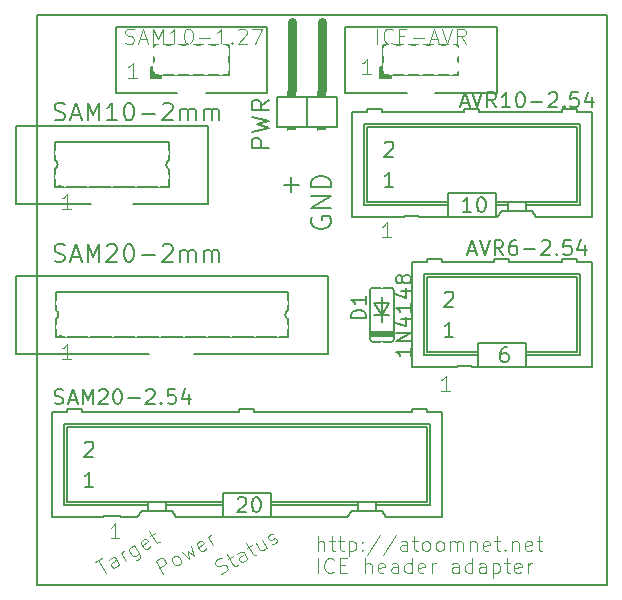
<source format=gto>
G04 #@! TF.FileFunction,Legend,Top*
%FSLAX46Y46*%
G04 Gerber Fmt 4.6, Leading zero omitted, Abs format (unit mm)*
G04 Created by KiCad (PCBNEW 4.0.2-stable) date 30/04/2017 18:34:37*
%MOMM*%
G01*
G04 APERTURE LIST*
%ADD10C,0.100000*%
%ADD11C,0.180000*%
%ADD12C,0.101600*%
%ADD13C,0.134112*%
%ADD14C,0.150000*%
%ADD15C,0.152400*%
%ADD16C,0.762000*%
%ADD17C,0.200000*%
%ADD18C,0.203200*%
%ADD19C,0.177800*%
%ADD20C,0.127000*%
%ADD21C,0.024384*%
%ADD22C,1.822400*%
%ADD23O,1.720800X3.041600*%
%ADD24O,1.924000X3.448000*%
%ADD25C,3.100000*%
%ADD26C,1.670000*%
%ADD27C,1.416000*%
G04 APERTURE END LIST*
D10*
D11*
X70478571Y-123020000D02*
X68978571Y-123020000D01*
X68978571Y-122448572D01*
X69050000Y-122305714D01*
X69121429Y-122234286D01*
X69264286Y-122162857D01*
X69478571Y-122162857D01*
X69621429Y-122234286D01*
X69692857Y-122305714D01*
X69764286Y-122448572D01*
X69764286Y-123020000D01*
X68978571Y-121662857D02*
X70478571Y-121305714D01*
X69407143Y-121020000D01*
X70478571Y-120734286D01*
X68978571Y-120377143D01*
X70478571Y-118948571D02*
X69764286Y-119448571D01*
X70478571Y-119805714D02*
X68978571Y-119805714D01*
X68978571Y-119234286D01*
X69050000Y-119091428D01*
X69121429Y-119020000D01*
X69264286Y-118948571D01*
X69478571Y-118948571D01*
X69621429Y-119020000D01*
X69692857Y-119091428D01*
X69764286Y-119234286D01*
X69764286Y-119805714D01*
X52300001Y-132627143D02*
X52514287Y-132698571D01*
X52871430Y-132698571D01*
X53014287Y-132627143D01*
X53085716Y-132555714D01*
X53157144Y-132412857D01*
X53157144Y-132270000D01*
X53085716Y-132127143D01*
X53014287Y-132055714D01*
X52871430Y-131984286D01*
X52585716Y-131912857D01*
X52442858Y-131841429D01*
X52371430Y-131770000D01*
X52300001Y-131627143D01*
X52300001Y-131484286D01*
X52371430Y-131341429D01*
X52442858Y-131270000D01*
X52585716Y-131198571D01*
X52942858Y-131198571D01*
X53157144Y-131270000D01*
X53728572Y-132270000D02*
X54442858Y-132270000D01*
X53585715Y-132698571D02*
X54085715Y-131198571D01*
X54585715Y-132698571D01*
X55085715Y-132698571D02*
X55085715Y-131198571D01*
X55585715Y-132270000D01*
X56085715Y-131198571D01*
X56085715Y-132698571D01*
X56728572Y-131341429D02*
X56800001Y-131270000D01*
X56942858Y-131198571D01*
X57300001Y-131198571D01*
X57442858Y-131270000D01*
X57514287Y-131341429D01*
X57585715Y-131484286D01*
X57585715Y-131627143D01*
X57514287Y-131841429D01*
X56657144Y-132698571D01*
X57585715Y-132698571D01*
X58514286Y-131198571D02*
X58657143Y-131198571D01*
X58800000Y-131270000D01*
X58871429Y-131341429D01*
X58942858Y-131484286D01*
X59014286Y-131770000D01*
X59014286Y-132127143D01*
X58942858Y-132412857D01*
X58871429Y-132555714D01*
X58800000Y-132627143D01*
X58657143Y-132698571D01*
X58514286Y-132698571D01*
X58371429Y-132627143D01*
X58300000Y-132555714D01*
X58228572Y-132412857D01*
X58157143Y-132127143D01*
X58157143Y-131770000D01*
X58228572Y-131484286D01*
X58300000Y-131341429D01*
X58371429Y-131270000D01*
X58514286Y-131198571D01*
X59657143Y-132127143D02*
X60800000Y-132127143D01*
X61442857Y-131341429D02*
X61514286Y-131270000D01*
X61657143Y-131198571D01*
X62014286Y-131198571D01*
X62157143Y-131270000D01*
X62228572Y-131341429D01*
X62300000Y-131484286D01*
X62300000Y-131627143D01*
X62228572Y-131841429D01*
X61371429Y-132698571D01*
X62300000Y-132698571D01*
X62942857Y-132698571D02*
X62942857Y-131698571D01*
X62942857Y-131841429D02*
X63014285Y-131770000D01*
X63157143Y-131698571D01*
X63371428Y-131698571D01*
X63514285Y-131770000D01*
X63585714Y-131912857D01*
X63585714Y-132698571D01*
X63585714Y-131912857D02*
X63657143Y-131770000D01*
X63800000Y-131698571D01*
X64014285Y-131698571D01*
X64157143Y-131770000D01*
X64228571Y-131912857D01*
X64228571Y-132698571D01*
X64942857Y-132698571D02*
X64942857Y-131698571D01*
X64942857Y-131841429D02*
X65014285Y-131770000D01*
X65157143Y-131698571D01*
X65371428Y-131698571D01*
X65514285Y-131770000D01*
X65585714Y-131912857D01*
X65585714Y-132698571D01*
X65585714Y-131912857D02*
X65657143Y-131770000D01*
X65800000Y-131698571D01*
X66014285Y-131698571D01*
X66157143Y-131770000D01*
X66228571Y-131912857D01*
X66228571Y-132698571D01*
X52300001Y-120627143D02*
X52514287Y-120698571D01*
X52871430Y-120698571D01*
X53014287Y-120627143D01*
X53085716Y-120555714D01*
X53157144Y-120412857D01*
X53157144Y-120270000D01*
X53085716Y-120127143D01*
X53014287Y-120055714D01*
X52871430Y-119984286D01*
X52585716Y-119912857D01*
X52442858Y-119841429D01*
X52371430Y-119770000D01*
X52300001Y-119627143D01*
X52300001Y-119484286D01*
X52371430Y-119341429D01*
X52442858Y-119270000D01*
X52585716Y-119198571D01*
X52942858Y-119198571D01*
X53157144Y-119270000D01*
X53728572Y-120270000D02*
X54442858Y-120270000D01*
X53585715Y-120698571D02*
X54085715Y-119198571D01*
X54585715Y-120698571D01*
X55085715Y-120698571D02*
X55085715Y-119198571D01*
X55585715Y-120270000D01*
X56085715Y-119198571D01*
X56085715Y-120698571D01*
X57585715Y-120698571D02*
X56728572Y-120698571D01*
X57157144Y-120698571D02*
X57157144Y-119198571D01*
X57014287Y-119412857D01*
X56871429Y-119555714D01*
X56728572Y-119627143D01*
X58514286Y-119198571D02*
X58657143Y-119198571D01*
X58800000Y-119270000D01*
X58871429Y-119341429D01*
X58942858Y-119484286D01*
X59014286Y-119770000D01*
X59014286Y-120127143D01*
X58942858Y-120412857D01*
X58871429Y-120555714D01*
X58800000Y-120627143D01*
X58657143Y-120698571D01*
X58514286Y-120698571D01*
X58371429Y-120627143D01*
X58300000Y-120555714D01*
X58228572Y-120412857D01*
X58157143Y-120127143D01*
X58157143Y-119770000D01*
X58228572Y-119484286D01*
X58300000Y-119341429D01*
X58371429Y-119270000D01*
X58514286Y-119198571D01*
X59657143Y-120127143D02*
X60800000Y-120127143D01*
X61442857Y-119341429D02*
X61514286Y-119270000D01*
X61657143Y-119198571D01*
X62014286Y-119198571D01*
X62157143Y-119270000D01*
X62228572Y-119341429D01*
X62300000Y-119484286D01*
X62300000Y-119627143D01*
X62228572Y-119841429D01*
X61371429Y-120698571D01*
X62300000Y-120698571D01*
X62942857Y-120698571D02*
X62942857Y-119698571D01*
X62942857Y-119841429D02*
X63014285Y-119770000D01*
X63157143Y-119698571D01*
X63371428Y-119698571D01*
X63514285Y-119770000D01*
X63585714Y-119912857D01*
X63585714Y-120698571D01*
X63585714Y-119912857D02*
X63657143Y-119770000D01*
X63800000Y-119698571D01*
X64014285Y-119698571D01*
X64157143Y-119770000D01*
X64228571Y-119912857D01*
X64228571Y-120698571D01*
X64942857Y-120698571D02*
X64942857Y-119698571D01*
X64942857Y-119841429D02*
X65014285Y-119770000D01*
X65157143Y-119698571D01*
X65371428Y-119698571D01*
X65514285Y-119770000D01*
X65585714Y-119912857D01*
X65585714Y-120698571D01*
X65585714Y-119912857D02*
X65657143Y-119770000D01*
X65800000Y-119698571D01*
X66014285Y-119698571D01*
X66157143Y-119770000D01*
X66228571Y-119912857D01*
X66228571Y-120698571D01*
D12*
X79602381Y-114194524D02*
X79602381Y-112924524D01*
X80932857Y-114073571D02*
X80872381Y-114134048D01*
X80690952Y-114194524D01*
X80570000Y-114194524D01*
X80388572Y-114134048D01*
X80267619Y-114013095D01*
X80207143Y-113892143D01*
X80146667Y-113650238D01*
X80146667Y-113468810D01*
X80207143Y-113226905D01*
X80267619Y-113105952D01*
X80388572Y-112985000D01*
X80570000Y-112924524D01*
X80690952Y-112924524D01*
X80872381Y-112985000D01*
X80932857Y-113045476D01*
X81477143Y-113529286D02*
X81900476Y-113529286D01*
X82081905Y-114194524D02*
X81477143Y-114194524D01*
X81477143Y-112924524D01*
X82081905Y-112924524D01*
X82626191Y-113710714D02*
X83593810Y-113710714D01*
X84138096Y-113831667D02*
X84742858Y-113831667D01*
X84017143Y-114194524D02*
X84440477Y-112924524D01*
X84863810Y-114194524D01*
X85105714Y-112924524D02*
X85529048Y-114194524D01*
X85952381Y-112924524D01*
X87101428Y-114194524D02*
X86678095Y-113589762D01*
X86375714Y-114194524D02*
X86375714Y-112924524D01*
X86859523Y-112924524D01*
X86980476Y-112985000D01*
X87040952Y-113045476D01*
X87101428Y-113166429D01*
X87101428Y-113347857D01*
X87040952Y-113468810D01*
X86980476Y-113529286D01*
X86859523Y-113589762D01*
X86375714Y-113589762D01*
X58291905Y-114134048D02*
X58473333Y-114194524D01*
X58775714Y-114194524D01*
X58896667Y-114134048D01*
X58957143Y-114073571D01*
X59017619Y-113952619D01*
X59017619Y-113831667D01*
X58957143Y-113710714D01*
X58896667Y-113650238D01*
X58775714Y-113589762D01*
X58533810Y-113529286D01*
X58412857Y-113468810D01*
X58352381Y-113408333D01*
X58291905Y-113287381D01*
X58291905Y-113166429D01*
X58352381Y-113045476D01*
X58412857Y-112985000D01*
X58533810Y-112924524D01*
X58836190Y-112924524D01*
X59017619Y-112985000D01*
X59501429Y-113831667D02*
X60106191Y-113831667D01*
X59380476Y-114194524D02*
X59803810Y-112924524D01*
X60227143Y-114194524D01*
X60650476Y-114194524D02*
X60650476Y-112924524D01*
X61073809Y-113831667D01*
X61497143Y-112924524D01*
X61497143Y-114194524D01*
X62767143Y-114194524D02*
X62041429Y-114194524D01*
X62404286Y-114194524D02*
X62404286Y-112924524D01*
X62283334Y-113105952D01*
X62162381Y-113226905D01*
X62041429Y-113287381D01*
X63553334Y-112924524D02*
X63674286Y-112924524D01*
X63795238Y-112985000D01*
X63855715Y-113045476D01*
X63916191Y-113166429D01*
X63976667Y-113408333D01*
X63976667Y-113710714D01*
X63916191Y-113952619D01*
X63855715Y-114073571D01*
X63795238Y-114134048D01*
X63674286Y-114194524D01*
X63553334Y-114194524D01*
X63432381Y-114134048D01*
X63371905Y-114073571D01*
X63311429Y-113952619D01*
X63250953Y-113710714D01*
X63250953Y-113408333D01*
X63311429Y-113166429D01*
X63371905Y-113045476D01*
X63432381Y-112985000D01*
X63553334Y-112924524D01*
X64520953Y-113710714D02*
X65488572Y-113710714D01*
X66758572Y-114194524D02*
X66032858Y-114194524D01*
X66395715Y-114194524D02*
X66395715Y-112924524D01*
X66274763Y-113105952D01*
X66153810Y-113226905D01*
X66032858Y-113287381D01*
X67302858Y-114073571D02*
X67363334Y-114134048D01*
X67302858Y-114194524D01*
X67242382Y-114134048D01*
X67302858Y-114073571D01*
X67302858Y-114194524D01*
X67847144Y-113045476D02*
X67907620Y-112985000D01*
X68028572Y-112924524D01*
X68330953Y-112924524D01*
X68451906Y-112985000D01*
X68512382Y-113045476D01*
X68572858Y-113166429D01*
X68572858Y-113287381D01*
X68512382Y-113468810D01*
X67786668Y-114194524D01*
X68572858Y-114194524D01*
X68996192Y-112924524D02*
X69842858Y-112924524D01*
X69298573Y-114194524D01*
X74602381Y-157154724D02*
X74602381Y-155884724D01*
X75146667Y-157154724D02*
X75146667Y-156489486D01*
X75086190Y-156368533D01*
X74965238Y-156308057D01*
X74783810Y-156308057D01*
X74662857Y-156368533D01*
X74602381Y-156429010D01*
X75570000Y-156308057D02*
X76053810Y-156308057D01*
X75751429Y-155884724D02*
X75751429Y-156973295D01*
X75811905Y-157094248D01*
X75932858Y-157154724D01*
X76053810Y-157154724D01*
X76295714Y-156308057D02*
X76779524Y-156308057D01*
X76477143Y-155884724D02*
X76477143Y-156973295D01*
X76537619Y-157094248D01*
X76658572Y-157154724D01*
X76779524Y-157154724D01*
X77202857Y-156308057D02*
X77202857Y-157578057D01*
X77202857Y-156368533D02*
X77323809Y-156308057D01*
X77565714Y-156308057D01*
X77686666Y-156368533D01*
X77747143Y-156429010D01*
X77807619Y-156549962D01*
X77807619Y-156912819D01*
X77747143Y-157033771D01*
X77686666Y-157094248D01*
X77565714Y-157154724D01*
X77323809Y-157154724D01*
X77202857Y-157094248D01*
X78351905Y-157033771D02*
X78412381Y-157094248D01*
X78351905Y-157154724D01*
X78291429Y-157094248D01*
X78351905Y-157033771D01*
X78351905Y-157154724D01*
X78351905Y-156368533D02*
X78412381Y-156429010D01*
X78351905Y-156489486D01*
X78291429Y-156429010D01*
X78351905Y-156368533D01*
X78351905Y-156489486D01*
X79863810Y-155824248D02*
X78775238Y-157457105D01*
X81194286Y-155824248D02*
X80105714Y-157457105D01*
X82161905Y-157154724D02*
X82161905Y-156489486D01*
X82101428Y-156368533D01*
X81980476Y-156308057D01*
X81738571Y-156308057D01*
X81617619Y-156368533D01*
X82161905Y-157094248D02*
X82040952Y-157154724D01*
X81738571Y-157154724D01*
X81617619Y-157094248D01*
X81557143Y-156973295D01*
X81557143Y-156852343D01*
X81617619Y-156731390D01*
X81738571Y-156670914D01*
X82040952Y-156670914D01*
X82161905Y-156610438D01*
X82585238Y-156308057D02*
X83069048Y-156308057D01*
X82766667Y-155884724D02*
X82766667Y-156973295D01*
X82827143Y-157094248D01*
X82948096Y-157154724D01*
X83069048Y-157154724D01*
X83673810Y-157154724D02*
X83552857Y-157094248D01*
X83492381Y-157033771D01*
X83431905Y-156912819D01*
X83431905Y-156549962D01*
X83492381Y-156429010D01*
X83552857Y-156368533D01*
X83673810Y-156308057D01*
X83855238Y-156308057D01*
X83976190Y-156368533D01*
X84036667Y-156429010D01*
X84097143Y-156549962D01*
X84097143Y-156912819D01*
X84036667Y-157033771D01*
X83976190Y-157094248D01*
X83855238Y-157154724D01*
X83673810Y-157154724D01*
X84822858Y-157154724D02*
X84701905Y-157094248D01*
X84641429Y-157033771D01*
X84580953Y-156912819D01*
X84580953Y-156549962D01*
X84641429Y-156429010D01*
X84701905Y-156368533D01*
X84822858Y-156308057D01*
X85004286Y-156308057D01*
X85125238Y-156368533D01*
X85185715Y-156429010D01*
X85246191Y-156549962D01*
X85246191Y-156912819D01*
X85185715Y-157033771D01*
X85125238Y-157094248D01*
X85004286Y-157154724D01*
X84822858Y-157154724D01*
X85790477Y-157154724D02*
X85790477Y-156308057D01*
X85790477Y-156429010D02*
X85850953Y-156368533D01*
X85971906Y-156308057D01*
X86153334Y-156308057D01*
X86274286Y-156368533D01*
X86334763Y-156489486D01*
X86334763Y-157154724D01*
X86334763Y-156489486D02*
X86395239Y-156368533D01*
X86516191Y-156308057D01*
X86697620Y-156308057D01*
X86818572Y-156368533D01*
X86879048Y-156489486D01*
X86879048Y-157154724D01*
X87483810Y-156308057D02*
X87483810Y-157154724D01*
X87483810Y-156429010D02*
X87544286Y-156368533D01*
X87665239Y-156308057D01*
X87846667Y-156308057D01*
X87967619Y-156368533D01*
X88028096Y-156489486D01*
X88028096Y-157154724D01*
X89116667Y-157094248D02*
X88995715Y-157154724D01*
X88753810Y-157154724D01*
X88632858Y-157094248D01*
X88572382Y-156973295D01*
X88572382Y-156489486D01*
X88632858Y-156368533D01*
X88753810Y-156308057D01*
X88995715Y-156308057D01*
X89116667Y-156368533D01*
X89177144Y-156489486D01*
X89177144Y-156610438D01*
X88572382Y-156731390D01*
X89540000Y-156308057D02*
X90023810Y-156308057D01*
X89721429Y-155884724D02*
X89721429Y-156973295D01*
X89781905Y-157094248D01*
X89902858Y-157154724D01*
X90023810Y-157154724D01*
X90447143Y-157033771D02*
X90507619Y-157094248D01*
X90447143Y-157154724D01*
X90386667Y-157094248D01*
X90447143Y-157033771D01*
X90447143Y-157154724D01*
X91051905Y-156308057D02*
X91051905Y-157154724D01*
X91051905Y-156429010D02*
X91112381Y-156368533D01*
X91233334Y-156308057D01*
X91414762Y-156308057D01*
X91535714Y-156368533D01*
X91596191Y-156489486D01*
X91596191Y-157154724D01*
X92684762Y-157094248D02*
X92563810Y-157154724D01*
X92321905Y-157154724D01*
X92200953Y-157094248D01*
X92140477Y-156973295D01*
X92140477Y-156489486D01*
X92200953Y-156368533D01*
X92321905Y-156308057D01*
X92563810Y-156308057D01*
X92684762Y-156368533D01*
X92745239Y-156489486D01*
X92745239Y-156610438D01*
X92140477Y-156731390D01*
X93108095Y-156308057D02*
X93591905Y-156308057D01*
X93289524Y-155884724D02*
X93289524Y-156973295D01*
X93350000Y-157094248D01*
X93470953Y-157154724D01*
X93591905Y-157154724D01*
X74602381Y-159034324D02*
X74602381Y-157764324D01*
X75932857Y-158913371D02*
X75872381Y-158973848D01*
X75690952Y-159034324D01*
X75570000Y-159034324D01*
X75388572Y-158973848D01*
X75267619Y-158852895D01*
X75207143Y-158731943D01*
X75146667Y-158490038D01*
X75146667Y-158308610D01*
X75207143Y-158066705D01*
X75267619Y-157945752D01*
X75388572Y-157824800D01*
X75570000Y-157764324D01*
X75690952Y-157764324D01*
X75872381Y-157824800D01*
X75932857Y-157885276D01*
X76477143Y-158369086D02*
X76900476Y-158369086D01*
X77081905Y-159034324D02*
X76477143Y-159034324D01*
X76477143Y-157764324D01*
X77081905Y-157764324D01*
X78593810Y-159034324D02*
X78593810Y-157764324D01*
X79138096Y-159034324D02*
X79138096Y-158369086D01*
X79077619Y-158248133D01*
X78956667Y-158187657D01*
X78775239Y-158187657D01*
X78654286Y-158248133D01*
X78593810Y-158308610D01*
X80226667Y-158973848D02*
X80105715Y-159034324D01*
X79863810Y-159034324D01*
X79742858Y-158973848D01*
X79682382Y-158852895D01*
X79682382Y-158369086D01*
X79742858Y-158248133D01*
X79863810Y-158187657D01*
X80105715Y-158187657D01*
X80226667Y-158248133D01*
X80287144Y-158369086D01*
X80287144Y-158490038D01*
X79682382Y-158610990D01*
X81375715Y-159034324D02*
X81375715Y-158369086D01*
X81315238Y-158248133D01*
X81194286Y-158187657D01*
X80952381Y-158187657D01*
X80831429Y-158248133D01*
X81375715Y-158973848D02*
X81254762Y-159034324D01*
X80952381Y-159034324D01*
X80831429Y-158973848D01*
X80770953Y-158852895D01*
X80770953Y-158731943D01*
X80831429Y-158610990D01*
X80952381Y-158550514D01*
X81254762Y-158550514D01*
X81375715Y-158490038D01*
X82524763Y-159034324D02*
X82524763Y-157764324D01*
X82524763Y-158973848D02*
X82403810Y-159034324D01*
X82161906Y-159034324D01*
X82040953Y-158973848D01*
X81980477Y-158913371D01*
X81920001Y-158792419D01*
X81920001Y-158429562D01*
X81980477Y-158308610D01*
X82040953Y-158248133D01*
X82161906Y-158187657D01*
X82403810Y-158187657D01*
X82524763Y-158248133D01*
X83613334Y-158973848D02*
X83492382Y-159034324D01*
X83250477Y-159034324D01*
X83129525Y-158973848D01*
X83069049Y-158852895D01*
X83069049Y-158369086D01*
X83129525Y-158248133D01*
X83250477Y-158187657D01*
X83492382Y-158187657D01*
X83613334Y-158248133D01*
X83673811Y-158369086D01*
X83673811Y-158490038D01*
X83069049Y-158610990D01*
X84218096Y-159034324D02*
X84218096Y-158187657D01*
X84218096Y-158429562D02*
X84278572Y-158308610D01*
X84339048Y-158248133D01*
X84460001Y-158187657D01*
X84580953Y-158187657D01*
X86516191Y-159034324D02*
X86516191Y-158369086D01*
X86455714Y-158248133D01*
X86334762Y-158187657D01*
X86092857Y-158187657D01*
X85971905Y-158248133D01*
X86516191Y-158973848D02*
X86395238Y-159034324D01*
X86092857Y-159034324D01*
X85971905Y-158973848D01*
X85911429Y-158852895D01*
X85911429Y-158731943D01*
X85971905Y-158610990D01*
X86092857Y-158550514D01*
X86395238Y-158550514D01*
X86516191Y-158490038D01*
X87665239Y-159034324D02*
X87665239Y-157764324D01*
X87665239Y-158973848D02*
X87544286Y-159034324D01*
X87302382Y-159034324D01*
X87181429Y-158973848D01*
X87120953Y-158913371D01*
X87060477Y-158792419D01*
X87060477Y-158429562D01*
X87120953Y-158308610D01*
X87181429Y-158248133D01*
X87302382Y-158187657D01*
X87544286Y-158187657D01*
X87665239Y-158248133D01*
X88814287Y-159034324D02*
X88814287Y-158369086D01*
X88753810Y-158248133D01*
X88632858Y-158187657D01*
X88390953Y-158187657D01*
X88270001Y-158248133D01*
X88814287Y-158973848D02*
X88693334Y-159034324D01*
X88390953Y-159034324D01*
X88270001Y-158973848D01*
X88209525Y-158852895D01*
X88209525Y-158731943D01*
X88270001Y-158610990D01*
X88390953Y-158550514D01*
X88693334Y-158550514D01*
X88814287Y-158490038D01*
X89419049Y-158187657D02*
X89419049Y-159457657D01*
X89419049Y-158248133D02*
X89540001Y-158187657D01*
X89781906Y-158187657D01*
X89902858Y-158248133D01*
X89963335Y-158308610D01*
X90023811Y-158429562D01*
X90023811Y-158792419D01*
X89963335Y-158913371D01*
X89902858Y-158973848D01*
X89781906Y-159034324D01*
X89540001Y-159034324D01*
X89419049Y-158973848D01*
X90386668Y-158187657D02*
X90870478Y-158187657D01*
X90568097Y-157764324D02*
X90568097Y-158852895D01*
X90628573Y-158973848D01*
X90749526Y-159034324D01*
X90870478Y-159034324D01*
X91777620Y-158973848D02*
X91656668Y-159034324D01*
X91414763Y-159034324D01*
X91293811Y-158973848D01*
X91233335Y-158852895D01*
X91233335Y-158369086D01*
X91293811Y-158248133D01*
X91414763Y-158187657D01*
X91656668Y-158187657D01*
X91777620Y-158248133D01*
X91838097Y-158369086D01*
X91838097Y-158490038D01*
X91233335Y-158610990D01*
X92382382Y-159034324D02*
X92382382Y-158187657D01*
X92382382Y-158429562D02*
X92442858Y-158308610D01*
X92503334Y-158248133D01*
X92624287Y-158187657D01*
X92745239Y-158187657D01*
X53672619Y-128209524D02*
X52946905Y-128209524D01*
X53309762Y-128209524D02*
X53309762Y-126939524D01*
X53188810Y-127120952D01*
X53067857Y-127241905D01*
X52946905Y-127302381D01*
X53672619Y-140909524D02*
X52946905Y-140909524D01*
X53309762Y-140909524D02*
X53309762Y-139639524D01*
X53188810Y-139820952D01*
X53067857Y-139941905D01*
X52946905Y-140002381D01*
X57767619Y-156094524D02*
X57041905Y-156094524D01*
X57404762Y-156094524D02*
X57404762Y-154824524D01*
X57283810Y-155005952D01*
X57162857Y-155126905D01*
X57041905Y-155187381D01*
X85767619Y-143594524D02*
X85041905Y-143594524D01*
X85404762Y-143594524D02*
X85404762Y-142324524D01*
X85283810Y-142505952D01*
X85162857Y-142626905D01*
X85041905Y-142687381D01*
X80767619Y-130594524D02*
X80041905Y-130594524D01*
X80404762Y-130594524D02*
X80404762Y-129324524D01*
X80283810Y-129505952D01*
X80162857Y-129626905D01*
X80041905Y-129687381D01*
X59267619Y-117094524D02*
X58541905Y-117094524D01*
X58904762Y-117094524D02*
X58904762Y-115824524D01*
X58783810Y-116005952D01*
X58662857Y-116126905D01*
X58541905Y-116187381D01*
X79072619Y-116779524D02*
X78346905Y-116779524D01*
X78709762Y-116779524D02*
X78709762Y-115509524D01*
X78588810Y-115690952D01*
X78467857Y-115811905D01*
X78346905Y-115872381D01*
X66396520Y-159074226D02*
X66583879Y-159035886D01*
X66845749Y-158884695D01*
X66920259Y-158771845D01*
X66942394Y-158689233D01*
X66934292Y-158554247D01*
X66873816Y-158449499D01*
X66760966Y-158374989D01*
X66678354Y-158352853D01*
X66543368Y-158360956D01*
X66303635Y-158429534D01*
X66168648Y-158437637D01*
X66086036Y-158415501D01*
X65973186Y-158340991D01*
X65912710Y-158236243D01*
X65904608Y-158101257D01*
X65926743Y-158018645D01*
X66001254Y-157905795D01*
X66263123Y-157754605D01*
X66450483Y-157716264D01*
X66946155Y-157849079D02*
X67365146Y-157607174D01*
X66891610Y-157391748D02*
X67435896Y-158334478D01*
X67548746Y-158408988D01*
X67683732Y-158400885D01*
X67788480Y-158340409D01*
X68626462Y-157856600D02*
X68293843Y-157280487D01*
X68180992Y-157205977D01*
X68046007Y-157214079D01*
X67836511Y-157335032D01*
X67762001Y-157447882D01*
X68596224Y-157804226D02*
X68521714Y-157917076D01*
X68259844Y-158068267D01*
X68124859Y-158076369D01*
X68012009Y-158001859D01*
X67951533Y-157897111D01*
X67943430Y-157762125D01*
X68017939Y-157649275D01*
X68279809Y-157498085D01*
X68354319Y-157385234D01*
X68569746Y-156911698D02*
X68988738Y-156669793D01*
X68515202Y-156454367D02*
X69059487Y-157397097D01*
X69172337Y-157471607D01*
X69307324Y-157463504D01*
X69412071Y-157403028D01*
X69826720Y-156185984D02*
X70250054Y-156919219D01*
X69355355Y-156458127D02*
X69687974Y-157034240D01*
X69800824Y-157108750D01*
X69935811Y-157100647D01*
X70092932Y-157009933D01*
X70167441Y-156897084D01*
X70189577Y-156814471D01*
X70691181Y-156594702D02*
X70826167Y-156586600D01*
X71035663Y-156465647D01*
X71110172Y-156352798D01*
X71102070Y-156217811D01*
X71071832Y-156165438D01*
X70958982Y-156090928D01*
X70823996Y-156099029D01*
X70666874Y-156189744D01*
X70531888Y-156197846D01*
X70419038Y-156123337D01*
X70388800Y-156070963D01*
X70380698Y-155935977D01*
X70455207Y-155823127D01*
X70612329Y-155732412D01*
X70747315Y-155724310D01*
X61479132Y-159096362D02*
X60844132Y-157996510D01*
X61263123Y-157754605D01*
X61398109Y-157746502D01*
X61480721Y-157768638D01*
X61593571Y-157843148D01*
X61684285Y-158000270D01*
X61692388Y-158135256D01*
X61670252Y-158217868D01*
X61595742Y-158330718D01*
X61176751Y-158572623D01*
X62736106Y-158370647D02*
X62601120Y-158378750D01*
X62518507Y-158356614D01*
X62405658Y-158282104D01*
X62224229Y-157967861D01*
X62216127Y-157832875D01*
X62238262Y-157750263D01*
X62312773Y-157637412D01*
X62469894Y-157546698D01*
X62604879Y-157538596D01*
X62687492Y-157560732D01*
X62800342Y-157635242D01*
X62981771Y-157949485D01*
X62989873Y-158084471D01*
X62967737Y-158167084D01*
X62893227Y-158279933D01*
X62736106Y-158370647D01*
X63046008Y-157214079D02*
X63678836Y-157826362D01*
X63585951Y-157181670D01*
X64097828Y-157584457D01*
X63883990Y-156730269D01*
X65115068Y-156927322D02*
X65040558Y-157040171D01*
X64831062Y-157161124D01*
X64696077Y-157169226D01*
X64583226Y-157094716D01*
X64341322Y-156675725D01*
X64333219Y-156540739D01*
X64407729Y-156427889D01*
X64617225Y-156306936D01*
X64752210Y-156298834D01*
X64865061Y-156373344D01*
X64925537Y-156478091D01*
X64462274Y-156885220D01*
X65669045Y-156677314D02*
X65245711Y-155944079D01*
X65366664Y-156153575D02*
X65358562Y-156018590D01*
X65380697Y-155935977D01*
X65455207Y-155823127D01*
X65559955Y-155762651D01*
X55687010Y-158087224D02*
X56315497Y-157724367D01*
X56636254Y-159005647D02*
X56001254Y-157905795D01*
X57788480Y-158340409D02*
X57455861Y-157764296D01*
X57343010Y-157689787D01*
X57208024Y-157697889D01*
X56998528Y-157818841D01*
X56924019Y-157931691D01*
X57758242Y-158288036D02*
X57683731Y-158400886D01*
X57421862Y-158552076D01*
X57286876Y-158560179D01*
X57174026Y-158485668D01*
X57113550Y-158380921D01*
X57105447Y-158245934D01*
X57179957Y-158133085D01*
X57441826Y-157981894D01*
X57516337Y-157869044D01*
X58312219Y-158038028D02*
X57888886Y-157304793D01*
X58009838Y-157514289D02*
X58001736Y-157379304D01*
X58023871Y-157296691D01*
X58098381Y-157183841D01*
X58203129Y-157123365D01*
X59041112Y-156639555D02*
X59555159Y-157529912D01*
X59563261Y-157664899D01*
X59541125Y-157747510D01*
X59466616Y-157860360D01*
X59309494Y-157951075D01*
X59174508Y-157959177D01*
X59434207Y-157320417D02*
X59359697Y-157433267D01*
X59150202Y-157554219D01*
X59015215Y-157562322D01*
X58932603Y-157540185D01*
X58819753Y-157465676D01*
X58638325Y-157151432D01*
X58630223Y-157016447D01*
X58652358Y-156933834D01*
X58726868Y-156820984D01*
X58936363Y-156700032D01*
X59071350Y-156691929D01*
X60376937Y-156776131D02*
X60302428Y-156888981D01*
X60092932Y-157009933D01*
X59957946Y-157018036D01*
X59845096Y-156943525D01*
X59603192Y-156524534D01*
X59595089Y-156389548D01*
X59669598Y-156276698D01*
X59879094Y-156155746D01*
X60014080Y-156147644D01*
X60126931Y-156222153D01*
X60187407Y-156326901D01*
X59724144Y-156734029D01*
X60350459Y-155883603D02*
X60769451Y-155641698D01*
X60295914Y-155426272D02*
X60840200Y-156369002D01*
X60953050Y-156443512D01*
X61088037Y-156435409D01*
X61192784Y-156374933D01*
D13*
X71699143Y-126139743D02*
X72976400Y-126139743D01*
X72337771Y-126778371D02*
X72337771Y-125501114D01*
X74091800Y-128897743D02*
X74011971Y-129057400D01*
X74011971Y-129296886D01*
X74091800Y-129536371D01*
X74251457Y-129696029D01*
X74411114Y-129775857D01*
X74730429Y-129855686D01*
X74969914Y-129855686D01*
X75289229Y-129775857D01*
X75448886Y-129696029D01*
X75608543Y-129536371D01*
X75688371Y-129296886D01*
X75688371Y-129137229D01*
X75608543Y-128897743D01*
X75528714Y-128817914D01*
X74969914Y-128817914D01*
X74969914Y-129137229D01*
X75688371Y-128099457D02*
X74011971Y-128099457D01*
X75688371Y-127141514D01*
X74011971Y-127141514D01*
X75688371Y-126343228D02*
X74011971Y-126343228D01*
X74011971Y-125944085D01*
X74091800Y-125704600D01*
X74251457Y-125544942D01*
X74411114Y-125465114D01*
X74730429Y-125385285D01*
X74969914Y-125385285D01*
X75289229Y-125465114D01*
X75448886Y-125544942D01*
X75608543Y-125704600D01*
X75688371Y-125944085D01*
X75688371Y-126343228D01*
D14*
X50800000Y-160020000D02*
X99060000Y-160020000D01*
X99060000Y-160020000D02*
X99060000Y-111760000D01*
X99060000Y-111760000D02*
X50800000Y-111760000D01*
X50800000Y-111760000D02*
X50800000Y-160020000D01*
D15*
X78740000Y-121285000D02*
X96520000Y-121285000D01*
X96520000Y-127635000D02*
X96520000Y-121285000D01*
X78740000Y-121285000D02*
X78740000Y-127635000D01*
X77470000Y-120015000D02*
X78740000Y-120015000D01*
X97790000Y-128905000D02*
X93091000Y-128905000D01*
X97790000Y-128905000D02*
X97790000Y-120015000D01*
X77470000Y-120015000D02*
X77470000Y-128905000D01*
X96520000Y-127635000D02*
X92202000Y-127635000D01*
X89662000Y-126873000D02*
X85598000Y-126873000D01*
X85598000Y-127635000D02*
X85598000Y-126873000D01*
X85598000Y-127635000D02*
X78740000Y-127635000D01*
X85598000Y-127635000D02*
X85598000Y-127889000D01*
X89662000Y-126873000D02*
X89662000Y-127635000D01*
X89662000Y-127635000D02*
X89662000Y-127889000D01*
X96520000Y-120015000D02*
X96520000Y-119761000D01*
X96520000Y-119761000D02*
X95250000Y-119761000D01*
X95250000Y-120015000D02*
X95250000Y-119761000D01*
X96520000Y-120015000D02*
X97790000Y-120015000D01*
X88265000Y-119761000D02*
X86995000Y-119761000D01*
X88265000Y-119761000D02*
X88265000Y-120015000D01*
X88265000Y-120015000D02*
X95250000Y-120015000D01*
X86995000Y-119761000D02*
X86995000Y-120015000D01*
X80010000Y-119761000D02*
X78740000Y-119761000D01*
X78740000Y-119761000D02*
X78740000Y-120015000D01*
X80010000Y-119761000D02*
X80010000Y-120015000D01*
X80010000Y-120015000D02*
X86995000Y-120015000D01*
X89789000Y-128905000D02*
X89662000Y-128905000D01*
X89662000Y-128905000D02*
X85598000Y-128905000D01*
X90678000Y-127635000D02*
X90678000Y-127889000D01*
X90678000Y-127635000D02*
X89662000Y-127635000D01*
X92202000Y-127635000D02*
X92202000Y-127889000D01*
X92202000Y-127635000D02*
X90678000Y-127635000D01*
X89789000Y-128905000D02*
X90170000Y-128397000D01*
X92710000Y-128397000D02*
X93091000Y-128905000D01*
X92710000Y-128397000D02*
X92202000Y-128397000D01*
D14*
X90678000Y-127889000D02*
X89662000Y-127889000D01*
D15*
X89662000Y-127889000D02*
X89662000Y-128905000D01*
D14*
X92202000Y-127889000D02*
X96774000Y-127889000D01*
X96774000Y-127889000D02*
X96774000Y-121031000D01*
X96774000Y-121031000D02*
X78486000Y-121031000D01*
X78486000Y-121031000D02*
X78486000Y-127889000D01*
X78486000Y-127889000D02*
X85598000Y-127889000D01*
D15*
X85598000Y-127889000D02*
X85598000Y-128905000D01*
X90678000Y-127889000D02*
X90678000Y-128397000D01*
X90678000Y-128397000D02*
X90170000Y-128397000D01*
X92202000Y-127889000D02*
X92202000Y-128397000D01*
X92202000Y-128397000D02*
X90678000Y-128397000D01*
X85598000Y-128905000D02*
X83185000Y-128905000D01*
X83185000Y-128778000D02*
X83185000Y-128905000D01*
X83185000Y-128778000D02*
X81915000Y-128778000D01*
X81915000Y-128905000D02*
X81915000Y-128778000D01*
X81915000Y-128905000D02*
X77470000Y-128905000D01*
X83820000Y-133985000D02*
X96520000Y-133985000D01*
X96520000Y-140335000D02*
X96520000Y-133985000D01*
X83820000Y-133985000D02*
X83820000Y-140335000D01*
X82550000Y-132715000D02*
X83820000Y-132715000D01*
X97790000Y-141605000D02*
X97790000Y-132715000D01*
X82550000Y-132715000D02*
X82550000Y-141605000D01*
X92202000Y-139573000D02*
X92202000Y-140335000D01*
X92202000Y-139573000D02*
X88138000Y-139573000D01*
X88138000Y-140335000D02*
X88138000Y-139573000D01*
X88138000Y-140335000D02*
X83820000Y-140335000D01*
X88138000Y-140335000D02*
X88138000Y-140589000D01*
X96520000Y-132715000D02*
X96520000Y-132461000D01*
X96520000Y-132461000D02*
X95250000Y-132461000D01*
X95250000Y-132715000D02*
X95250000Y-132461000D01*
X96520000Y-132715000D02*
X97790000Y-132715000D01*
X90805000Y-132461000D02*
X89535000Y-132461000D01*
X90805000Y-132461000D02*
X90805000Y-132715000D01*
X90805000Y-132715000D02*
X95250000Y-132715000D01*
X89535000Y-132461000D02*
X89535000Y-132715000D01*
X85090000Y-132461000D02*
X83820000Y-132461000D01*
X83820000Y-132461000D02*
X83820000Y-132715000D01*
X85090000Y-132461000D02*
X85090000Y-132715000D01*
X85090000Y-132715000D02*
X89535000Y-132715000D01*
X97790000Y-141605000D02*
X92202000Y-141605000D01*
X92202000Y-141605000D02*
X88138000Y-141605000D01*
X96520000Y-140335000D02*
X92202000Y-140335000D01*
X92202000Y-140335000D02*
X92202000Y-140589000D01*
X92202000Y-140589000D02*
X92202000Y-141605000D01*
D14*
X92202000Y-140589000D02*
X96774000Y-140589000D01*
X96774000Y-140589000D02*
X96774000Y-133731000D01*
X96774000Y-133731000D02*
X83566000Y-133731000D01*
X83566000Y-133731000D02*
X83566000Y-140589000D01*
X83566000Y-140589000D02*
X88138000Y-140589000D01*
D15*
X88138000Y-140589000D02*
X88138000Y-141605000D01*
X88138000Y-141605000D02*
X87630000Y-141605000D01*
X87630000Y-141478000D02*
X87630000Y-141605000D01*
X87630000Y-141478000D02*
X86360000Y-141478000D01*
X86360000Y-141605000D02*
X86360000Y-141478000D01*
X86360000Y-141605000D02*
X82550000Y-141605000D01*
X53340000Y-146685000D02*
X83820000Y-146685000D01*
X83820000Y-153035000D02*
X83820000Y-146685000D01*
X53340000Y-146685000D02*
X53340000Y-153035000D01*
X52070000Y-145415000D02*
X53340000Y-145415000D01*
X85090000Y-154305000D02*
X80391000Y-154305000D01*
X85090000Y-154305000D02*
X85090000Y-145415000D01*
X52070000Y-145415000D02*
X52070000Y-154305000D01*
X83820000Y-153035000D02*
X79502000Y-153035000D01*
X70612000Y-152273000D02*
X66548000Y-152273000D01*
X66548000Y-153035000D02*
X66548000Y-152273000D01*
X66548000Y-153035000D02*
X61722000Y-153035000D01*
X70612000Y-152273000D02*
X70612000Y-153035000D01*
X70612000Y-153035000D02*
X70612000Y-153289000D01*
X83820000Y-145415000D02*
X83820000Y-145161000D01*
X83820000Y-145161000D02*
X82550000Y-145161000D01*
X82550000Y-145415000D02*
X82550000Y-145161000D01*
X83820000Y-145415000D02*
X85090000Y-145415000D01*
X69215000Y-145161000D02*
X67945000Y-145161000D01*
X69215000Y-145161000D02*
X69215000Y-145415000D01*
X69215000Y-145415000D02*
X82550000Y-145415000D01*
X67945000Y-145161000D02*
X67945000Y-145415000D01*
X54610000Y-145161000D02*
X53340000Y-145161000D01*
X53340000Y-145161000D02*
X53340000Y-145415000D01*
X54610000Y-145161000D02*
X54610000Y-145415000D01*
X54610000Y-145415000D02*
X67945000Y-145415000D01*
X77089000Y-154305000D02*
X70612000Y-154305000D01*
X70612000Y-154305000D02*
X66548000Y-154305000D01*
X77978000Y-153035000D02*
X77978000Y-153289000D01*
X77978000Y-153035000D02*
X70612000Y-153035000D01*
X79502000Y-153035000D02*
X79502000Y-153289000D01*
X79502000Y-153035000D02*
X77978000Y-153035000D01*
X77089000Y-154305000D02*
X77470000Y-153797000D01*
X80010000Y-153797000D02*
X80391000Y-154305000D01*
X80010000Y-153797000D02*
X79502000Y-153797000D01*
D14*
X77978000Y-153289000D02*
X70612000Y-153289000D01*
D15*
X70612000Y-153289000D02*
X70612000Y-154305000D01*
D14*
X79502000Y-153289000D02*
X84074000Y-153289000D01*
X84074000Y-153289000D02*
X84074000Y-146431000D01*
X84074000Y-146431000D02*
X53086000Y-146431000D01*
X53086000Y-146431000D02*
X53086000Y-153289000D01*
X53086000Y-153289000D02*
X60198000Y-153289000D01*
D15*
X66548000Y-153035000D02*
X66548000Y-153289000D01*
X66548000Y-153289000D02*
X66548000Y-154305000D01*
X77978000Y-153289000D02*
X77978000Y-153797000D01*
X77978000Y-153797000D02*
X77470000Y-153797000D01*
X79502000Y-153289000D02*
X79502000Y-153797000D01*
X79502000Y-153797000D02*
X77978000Y-153797000D01*
X52070000Y-154305000D02*
X56388000Y-154305000D01*
X56388000Y-154178000D02*
X56388000Y-154305000D01*
X56388000Y-154178000D02*
X57912000Y-154178000D01*
X57912000Y-154305000D02*
X57912000Y-154178000D01*
X57912000Y-154305000D02*
X59309000Y-154305000D01*
X60198000Y-153289000D02*
X60198000Y-153797000D01*
X61722000Y-153289000D02*
X61722000Y-153797000D01*
D14*
X61722000Y-153289000D02*
X66548000Y-153289000D01*
D15*
X60198000Y-153035000D02*
X60198000Y-153289000D01*
X60198000Y-153035000D02*
X53340000Y-153035000D01*
X61722000Y-153035000D02*
X61722000Y-153289000D01*
X61722000Y-153035000D02*
X60198000Y-153035000D01*
X61722000Y-153797000D02*
X60198000Y-153797000D01*
X60198000Y-153797000D02*
X59690000Y-153797000D01*
X59309000Y-154305000D02*
X59690000Y-153797000D01*
X62230000Y-153797000D02*
X62611000Y-154305000D01*
X62611000Y-154305000D02*
X66548000Y-154305000D01*
X62230000Y-153797000D02*
X61722000Y-153797000D01*
X80010000Y-137795000D02*
X80010000Y-137160000D01*
X79375000Y-136144000D02*
X80645000Y-136144000D01*
X80645000Y-136144000D02*
X80010000Y-137160000D01*
X80010000Y-137160000D02*
X80010000Y-135636000D01*
X80010000Y-137160000D02*
X79375000Y-136144000D01*
X79375000Y-137160000D02*
X80010000Y-137160000D01*
X80010000Y-137160000D02*
X80645000Y-137160000D01*
X79248000Y-134874000D02*
G75*
G03X78994000Y-135128000I0J-254000D01*
G01*
X79248000Y-134874000D02*
X80772000Y-134874000D01*
X80772000Y-134874000D02*
G75*
G02X81026000Y-135128000I0J-254000D01*
G01*
X78994000Y-139192000D02*
G75*
G03X79248000Y-139446000I254000J0D01*
G01*
X81026000Y-139192000D02*
G75*
G02X80772000Y-139446000I-254000J0D01*
G01*
X81026000Y-139192000D02*
X81026000Y-135128000D01*
X79248000Y-139446000D02*
X80772000Y-139446000D01*
X78994000Y-139192000D02*
X78994000Y-135128000D01*
D10*
G36*
X78994000Y-139065000D02*
X78994000Y-138557000D01*
X81026000Y-138557000D01*
X81026000Y-139065000D01*
X78994000Y-139065000D01*
G37*
G36*
X79756000Y-134874000D02*
X79756000Y-134239000D01*
X80264000Y-134239000D01*
X80264000Y-134874000D01*
X79756000Y-134874000D01*
G37*
G36*
X79756000Y-140081000D02*
X79756000Y-139446000D01*
X80264000Y-139446000D01*
X80264000Y-140081000D01*
X79756000Y-140081000D01*
G37*
D15*
X71120000Y-121285000D02*
X73660000Y-121285000D01*
X73660000Y-121285000D02*
X73660000Y-118745000D01*
X73660000Y-118745000D02*
X71120000Y-118745000D01*
X71120000Y-118745000D02*
X71120000Y-121285000D01*
D16*
X72390000Y-112395000D02*
X72390000Y-118110000D01*
D15*
X73660000Y-121285000D02*
X76200000Y-121285000D01*
X76200000Y-121285000D02*
X76200000Y-118745000D01*
X76200000Y-118745000D02*
X73660000Y-118745000D01*
D16*
X74930000Y-112395000D02*
X74930000Y-118110000D01*
D10*
G36*
X72009000Y-118237000D02*
X72771000Y-118237000D01*
X72771000Y-118745000D01*
X72009000Y-118745000D01*
X72009000Y-118237000D01*
G37*
G36*
X74549000Y-118237000D02*
X75311000Y-118237000D01*
X75311000Y-118745000D01*
X74549000Y-118745000D01*
X74549000Y-118237000D01*
G37*
G36*
X72009000Y-121285000D02*
X72771000Y-121285000D01*
X72771000Y-122301000D01*
X72009000Y-122301000D01*
X72009000Y-121285000D01*
G37*
G36*
X74549000Y-121285000D02*
X75311000Y-121285000D01*
X75311000Y-122301000D01*
X74549000Y-122301000D01*
X74549000Y-121285000D01*
G37*
D17*
X65250000Y-127760000D02*
X58950000Y-127760000D01*
X49050000Y-127760000D02*
X55350000Y-127760000D01*
X49050000Y-127760000D02*
X49050000Y-121160000D01*
X65250000Y-121160000D02*
X65250000Y-127760000D01*
X49050000Y-121160000D02*
X65250000Y-121160000D01*
D18*
X52300000Y-126360000D02*
X62000000Y-126360000D01*
X62000000Y-126360000D02*
X62000000Y-124860000D01*
X62000000Y-124060000D02*
X62000000Y-122560000D01*
X62000000Y-122560000D02*
X52300000Y-122560000D01*
X52300000Y-122560000D02*
X52300000Y-124060000D01*
X52300000Y-124860000D02*
X52300000Y-126360000D01*
X52300000Y-124860000D02*
G75*
G03X52300000Y-124060000I-190000J400000D01*
G01*
X62000000Y-124060000D02*
G75*
G03X62000000Y-124860000I190000J-400000D01*
G01*
D17*
X49030000Y-140460000D02*
X60330000Y-140460000D01*
X49030000Y-133860000D02*
X49030000Y-140460000D01*
X75430000Y-140460000D02*
X64130000Y-140460000D01*
X75430000Y-133860000D02*
X75430000Y-140460000D01*
X49030000Y-133860000D02*
X75430000Y-133860000D01*
D18*
X52380000Y-139060000D02*
X72080000Y-139060000D01*
X72080000Y-139060000D02*
X72080000Y-137560000D01*
X72080000Y-136760000D02*
X72080000Y-135260000D01*
X72080000Y-135260000D02*
X52380000Y-135260000D01*
X52380000Y-135260000D02*
X52380000Y-136760000D01*
X52380000Y-137560000D02*
X52380000Y-139060000D01*
X52380000Y-137560000D02*
G75*
G03X52380000Y-136760000I-190000J400000D01*
G01*
X72080000Y-136760000D02*
G75*
G03X72080000Y-137560000I190000J-400000D01*
G01*
D17*
X62681000Y-118370000D02*
X57481000Y-118370000D01*
X70281000Y-118370000D02*
X65081000Y-118370000D01*
X70281000Y-112770000D02*
X70281000Y-118370000D01*
X57481000Y-112770000D02*
X70281000Y-112770000D01*
X57481000Y-118370000D02*
X57481000Y-112770000D01*
D14*
X60706000Y-116840000D02*
X60706000Y-116205000D01*
X60706000Y-116205000D02*
X60706000Y-114300000D01*
X60706000Y-114300000D02*
X67056000Y-114300000D01*
X67056000Y-114300000D02*
X67056000Y-116840000D01*
X67056000Y-116840000D02*
X61341000Y-116840000D01*
X61341000Y-116840000D02*
X60706000Y-116840000D01*
X61341000Y-116840000D02*
X61341000Y-116967000D01*
X61341000Y-116967000D02*
X60579000Y-116967000D01*
X60579000Y-116967000D02*
X60579000Y-116205000D01*
X60579000Y-116205000D02*
X60706000Y-116205000D01*
X60579000Y-116205000D02*
X60452000Y-116205000D01*
X60452000Y-116205000D02*
X60452000Y-117094000D01*
X60452000Y-117094000D02*
X61341000Y-117094000D01*
X61341000Y-117094000D02*
X61341000Y-116967000D01*
D17*
X82112000Y-118370000D02*
X76912000Y-118370000D01*
X89712000Y-118370000D02*
X84512000Y-118370000D01*
X89712000Y-112770000D02*
X89712000Y-118370000D01*
X76912000Y-112770000D02*
X89712000Y-112770000D01*
X76912000Y-118370000D02*
X76912000Y-112770000D01*
D14*
X80137000Y-116840000D02*
X80137000Y-116205000D01*
X80137000Y-116205000D02*
X80137000Y-114300000D01*
X80137000Y-114300000D02*
X86487000Y-114300000D01*
X86487000Y-114300000D02*
X86487000Y-116840000D01*
X86487000Y-116840000D02*
X80772000Y-116840000D01*
X80772000Y-116840000D02*
X80137000Y-116840000D01*
X80772000Y-116840000D02*
X80772000Y-116967000D01*
X80772000Y-116967000D02*
X80010000Y-116967000D01*
X80010000Y-116967000D02*
X80010000Y-116205000D01*
X80010000Y-116205000D02*
X80137000Y-116205000D01*
X80010000Y-116205000D02*
X79883000Y-116205000D01*
X79883000Y-116205000D02*
X79883000Y-117094000D01*
X79883000Y-117094000D02*
X80772000Y-117094000D01*
X80772000Y-117094000D02*
X80772000Y-116967000D01*
D19*
X86705953Y-119231667D02*
X87310715Y-119231667D01*
X86585000Y-119594524D02*
X87008334Y-118324524D01*
X87431667Y-119594524D01*
X87673571Y-118324524D02*
X88096905Y-119594524D01*
X88520238Y-118324524D01*
X89669285Y-119594524D02*
X89245952Y-118989762D01*
X88943571Y-119594524D02*
X88943571Y-118324524D01*
X89427380Y-118324524D01*
X89548333Y-118385000D01*
X89608809Y-118445476D01*
X89669285Y-118566429D01*
X89669285Y-118747857D01*
X89608809Y-118868810D01*
X89548333Y-118929286D01*
X89427380Y-118989762D01*
X88943571Y-118989762D01*
X90878809Y-119594524D02*
X90153095Y-119594524D01*
X90515952Y-119594524D02*
X90515952Y-118324524D01*
X90395000Y-118505952D01*
X90274047Y-118626905D01*
X90153095Y-118687381D01*
X91665000Y-118324524D02*
X91785952Y-118324524D01*
X91906904Y-118385000D01*
X91967381Y-118445476D01*
X92027857Y-118566429D01*
X92088333Y-118808333D01*
X92088333Y-119110714D01*
X92027857Y-119352619D01*
X91967381Y-119473571D01*
X91906904Y-119534048D01*
X91785952Y-119594524D01*
X91665000Y-119594524D01*
X91544047Y-119534048D01*
X91483571Y-119473571D01*
X91423095Y-119352619D01*
X91362619Y-119110714D01*
X91362619Y-118808333D01*
X91423095Y-118566429D01*
X91483571Y-118445476D01*
X91544047Y-118385000D01*
X91665000Y-118324524D01*
X92632619Y-119110714D02*
X93600238Y-119110714D01*
X94144524Y-118445476D02*
X94205000Y-118385000D01*
X94325952Y-118324524D01*
X94628333Y-118324524D01*
X94749286Y-118385000D01*
X94809762Y-118445476D01*
X94870238Y-118566429D01*
X94870238Y-118687381D01*
X94809762Y-118868810D01*
X94084048Y-119594524D01*
X94870238Y-119594524D01*
X95414524Y-119473571D02*
X95475000Y-119534048D01*
X95414524Y-119594524D01*
X95354048Y-119534048D01*
X95414524Y-119473571D01*
X95414524Y-119594524D01*
X96624048Y-118324524D02*
X96019286Y-118324524D01*
X95958810Y-118929286D01*
X96019286Y-118868810D01*
X96140238Y-118808333D01*
X96442619Y-118808333D01*
X96563572Y-118868810D01*
X96624048Y-118929286D01*
X96684524Y-119050238D01*
X96684524Y-119352619D01*
X96624048Y-119473571D01*
X96563572Y-119534048D01*
X96442619Y-119594524D01*
X96140238Y-119594524D01*
X96019286Y-119534048D01*
X95958810Y-119473571D01*
X97773096Y-118747857D02*
X97773096Y-119594524D01*
X97470715Y-118264048D02*
X97168334Y-119171190D01*
X97954524Y-119171190D01*
D20*
X87581619Y-128463524D02*
X86855905Y-128463524D01*
X87218762Y-128463524D02*
X87218762Y-127193524D01*
X87097810Y-127374952D01*
X86976857Y-127495905D01*
X86855905Y-127556381D01*
X88367810Y-127193524D02*
X88488762Y-127193524D01*
X88609714Y-127254000D01*
X88670191Y-127314476D01*
X88730667Y-127435429D01*
X88791143Y-127677333D01*
X88791143Y-127979714D01*
X88730667Y-128221619D01*
X88670191Y-128342571D01*
X88609714Y-128403048D01*
X88488762Y-128463524D01*
X88367810Y-128463524D01*
X88246857Y-128403048D01*
X88186381Y-128342571D01*
X88125905Y-128221619D01*
X88065429Y-127979714D01*
X88065429Y-127677333D01*
X88125905Y-127435429D01*
X88186381Y-127314476D01*
X88246857Y-127254000D01*
X88367810Y-127193524D01*
X80977619Y-126304524D02*
X80251905Y-126304524D01*
X80614762Y-126304524D02*
X80614762Y-125034524D01*
X80493810Y-125215952D01*
X80372857Y-125336905D01*
X80251905Y-125397381D01*
X80251905Y-122615476D02*
X80312381Y-122555000D01*
X80433333Y-122494524D01*
X80735714Y-122494524D01*
X80856667Y-122555000D01*
X80917143Y-122615476D01*
X80977619Y-122736429D01*
X80977619Y-122857381D01*
X80917143Y-123038810D01*
X80191429Y-123764524D01*
X80977619Y-123764524D01*
D19*
X87310715Y-131731667D02*
X87915477Y-131731667D01*
X87189762Y-132094524D02*
X87613096Y-130824524D01*
X88036429Y-132094524D01*
X88278333Y-130824524D02*
X88701667Y-132094524D01*
X89125000Y-130824524D01*
X90274047Y-132094524D02*
X89850714Y-131489762D01*
X89548333Y-132094524D02*
X89548333Y-130824524D01*
X90032142Y-130824524D01*
X90153095Y-130885000D01*
X90213571Y-130945476D01*
X90274047Y-131066429D01*
X90274047Y-131247857D01*
X90213571Y-131368810D01*
X90153095Y-131429286D01*
X90032142Y-131489762D01*
X89548333Y-131489762D01*
X91362619Y-130824524D02*
X91120714Y-130824524D01*
X90999762Y-130885000D01*
X90939285Y-130945476D01*
X90818333Y-131126905D01*
X90757857Y-131368810D01*
X90757857Y-131852619D01*
X90818333Y-131973571D01*
X90878809Y-132034048D01*
X90999762Y-132094524D01*
X91241666Y-132094524D01*
X91362619Y-132034048D01*
X91423095Y-131973571D01*
X91483571Y-131852619D01*
X91483571Y-131550238D01*
X91423095Y-131429286D01*
X91362619Y-131368810D01*
X91241666Y-131308333D01*
X90999762Y-131308333D01*
X90878809Y-131368810D01*
X90818333Y-131429286D01*
X90757857Y-131550238D01*
X92027857Y-131610714D02*
X92995476Y-131610714D01*
X93539762Y-130945476D02*
X93600238Y-130885000D01*
X93721190Y-130824524D01*
X94023571Y-130824524D01*
X94144524Y-130885000D01*
X94205000Y-130945476D01*
X94265476Y-131066429D01*
X94265476Y-131187381D01*
X94205000Y-131368810D01*
X93479286Y-132094524D01*
X94265476Y-132094524D01*
X94809762Y-131973571D02*
X94870238Y-132034048D01*
X94809762Y-132094524D01*
X94749286Y-132034048D01*
X94809762Y-131973571D01*
X94809762Y-132094524D01*
X96019286Y-130824524D02*
X95414524Y-130824524D01*
X95354048Y-131429286D01*
X95414524Y-131368810D01*
X95535476Y-131308333D01*
X95837857Y-131308333D01*
X95958810Y-131368810D01*
X96019286Y-131429286D01*
X96079762Y-131550238D01*
X96079762Y-131852619D01*
X96019286Y-131973571D01*
X95958810Y-132034048D01*
X95837857Y-132094524D01*
X95535476Y-132094524D01*
X95414524Y-132034048D01*
X95354048Y-131973571D01*
X97168334Y-131247857D02*
X97168334Y-132094524D01*
X96865953Y-130764048D02*
X96563572Y-131671190D01*
X97349762Y-131671190D01*
D20*
X86057619Y-139004524D02*
X85331905Y-139004524D01*
X85694762Y-139004524D02*
X85694762Y-137734524D01*
X85573810Y-137915952D01*
X85452857Y-138036905D01*
X85331905Y-138097381D01*
X85331905Y-135315476D02*
X85392381Y-135255000D01*
X85513333Y-135194524D01*
X85815714Y-135194524D01*
X85936667Y-135255000D01*
X85997143Y-135315476D01*
X86057619Y-135436429D01*
X86057619Y-135557381D01*
X85997143Y-135738810D01*
X85271429Y-136464524D01*
X86057619Y-136464524D01*
X90635667Y-139893524D02*
X90393762Y-139893524D01*
X90272810Y-139954000D01*
X90212333Y-140014476D01*
X90091381Y-140195905D01*
X90030905Y-140437810D01*
X90030905Y-140921619D01*
X90091381Y-141042571D01*
X90151857Y-141103048D01*
X90272810Y-141163524D01*
X90514714Y-141163524D01*
X90635667Y-141103048D01*
X90696143Y-141042571D01*
X90756619Y-140921619D01*
X90756619Y-140619238D01*
X90696143Y-140498286D01*
X90635667Y-140437810D01*
X90514714Y-140377333D01*
X90272810Y-140377333D01*
X90151857Y-140437810D01*
X90091381Y-140498286D01*
X90030905Y-140619238D01*
D19*
X52311902Y-144659061D02*
X52493330Y-144719537D01*
X52795711Y-144719537D01*
X52916664Y-144659061D01*
X52977140Y-144598584D01*
X53037616Y-144477632D01*
X53037616Y-144356680D01*
X52977140Y-144235727D01*
X52916664Y-144175251D01*
X52795711Y-144114775D01*
X52553807Y-144054299D01*
X52432854Y-143993823D01*
X52372378Y-143933346D01*
X52311902Y-143812394D01*
X52311902Y-143691442D01*
X52372378Y-143570489D01*
X52432854Y-143510013D01*
X52553807Y-143449537D01*
X52856187Y-143449537D01*
X53037616Y-143510013D01*
X53521426Y-144356680D02*
X54126188Y-144356680D01*
X53400473Y-144719537D02*
X53823807Y-143449537D01*
X54247140Y-144719537D01*
X54670473Y-144719537D02*
X54670473Y-143449537D01*
X55093806Y-144356680D01*
X55517140Y-143449537D01*
X55517140Y-144719537D01*
X56061426Y-143570489D02*
X56121902Y-143510013D01*
X56242854Y-143449537D01*
X56545235Y-143449537D01*
X56666188Y-143510013D01*
X56726664Y-143570489D01*
X56787140Y-143691442D01*
X56787140Y-143812394D01*
X56726664Y-143993823D01*
X56000950Y-144719537D01*
X56787140Y-144719537D01*
X57573331Y-143449537D02*
X57694283Y-143449537D01*
X57815235Y-143510013D01*
X57875712Y-143570489D01*
X57936188Y-143691442D01*
X57996664Y-143933346D01*
X57996664Y-144235727D01*
X57936188Y-144477632D01*
X57875712Y-144598584D01*
X57815235Y-144659061D01*
X57694283Y-144719537D01*
X57573331Y-144719537D01*
X57452378Y-144659061D01*
X57391902Y-144598584D01*
X57331426Y-144477632D01*
X57270950Y-144235727D01*
X57270950Y-143933346D01*
X57331426Y-143691442D01*
X57391902Y-143570489D01*
X57452378Y-143510013D01*
X57573331Y-143449537D01*
X58540950Y-144235727D02*
X59508569Y-144235727D01*
X60052855Y-143570489D02*
X60113331Y-143510013D01*
X60234283Y-143449537D01*
X60536664Y-143449537D01*
X60657617Y-143510013D01*
X60718093Y-143570489D01*
X60778569Y-143691442D01*
X60778569Y-143812394D01*
X60718093Y-143993823D01*
X59992379Y-144719537D01*
X60778569Y-144719537D01*
X61322855Y-144598584D02*
X61383331Y-144659061D01*
X61322855Y-144719537D01*
X61262379Y-144659061D01*
X61322855Y-144598584D01*
X61322855Y-144719537D01*
X62532379Y-143449537D02*
X61927617Y-143449537D01*
X61867141Y-144054299D01*
X61927617Y-143993823D01*
X62048569Y-143933346D01*
X62350950Y-143933346D01*
X62471903Y-143993823D01*
X62532379Y-144054299D01*
X62592855Y-144175251D01*
X62592855Y-144477632D01*
X62532379Y-144598584D01*
X62471903Y-144659061D01*
X62350950Y-144719537D01*
X62048569Y-144719537D01*
X61927617Y-144659061D01*
X61867141Y-144598584D01*
X63681427Y-143872870D02*
X63681427Y-144719537D01*
X63379046Y-143389061D02*
X63076665Y-144296203D01*
X63862855Y-144296203D01*
D20*
X55577617Y-151704524D02*
X54851903Y-151704524D01*
X55214760Y-151704524D02*
X55214760Y-150434524D01*
X55093808Y-150615952D01*
X54972855Y-150736905D01*
X54851903Y-150797381D01*
X54851903Y-148015476D02*
X54912379Y-147955000D01*
X55033331Y-147894524D01*
X55335712Y-147894524D01*
X55456665Y-147955000D01*
X55517141Y-148015476D01*
X55577617Y-148136429D01*
X55577617Y-148257381D01*
X55517141Y-148438810D01*
X54791427Y-149164524D01*
X55577617Y-149164524D01*
X67805905Y-152714476D02*
X67866381Y-152654000D01*
X67987333Y-152593524D01*
X68289714Y-152593524D01*
X68410667Y-152654000D01*
X68471143Y-152714476D01*
X68531619Y-152835429D01*
X68531619Y-152956381D01*
X68471143Y-153137810D01*
X67745429Y-153863524D01*
X68531619Y-153863524D01*
X69317810Y-152593524D02*
X69438762Y-152593524D01*
X69559714Y-152654000D01*
X69620191Y-152714476D01*
X69680667Y-152835429D01*
X69741143Y-153077333D01*
X69741143Y-153379714D01*
X69680667Y-153621619D01*
X69620191Y-153742571D01*
X69559714Y-153803048D01*
X69438762Y-153863524D01*
X69317810Y-153863524D01*
X69196857Y-153803048D01*
X69136381Y-153742571D01*
X69075905Y-153621619D01*
X69015429Y-153379714D01*
X69015429Y-153077333D01*
X69075905Y-152835429D01*
X69136381Y-152714476D01*
X69196857Y-152654000D01*
X69317810Y-152593524D01*
X78679534Y-137462381D02*
X77409534Y-137462381D01*
X77409534Y-137160000D01*
X77470010Y-136978572D01*
X77590962Y-136857619D01*
X77711915Y-136797143D01*
X77953820Y-136736667D01*
X78135248Y-136736667D01*
X78377153Y-136797143D01*
X78498105Y-136857619D01*
X78619058Y-136978572D01*
X78679534Y-137160000D01*
X78679534Y-137462381D01*
X78679534Y-135527143D02*
X78679534Y-136252857D01*
X78679534Y-135890000D02*
X77409534Y-135890000D01*
X77590962Y-136010952D01*
X77711915Y-136131905D01*
X77772391Y-136252857D01*
X82474524Y-139941429D02*
X82474524Y-140667143D01*
X82474524Y-140304286D02*
X81204524Y-140304286D01*
X81385952Y-140425238D01*
X81506905Y-140546191D01*
X81567381Y-140667143D01*
X82474524Y-139397143D02*
X81204524Y-139397143D01*
X82474524Y-138671429D01*
X81204524Y-138671429D01*
X81627857Y-137522381D02*
X82474524Y-137522381D01*
X81144048Y-137824762D02*
X82051190Y-138127143D01*
X82051190Y-137340953D01*
X82474524Y-136191905D02*
X82474524Y-136917619D01*
X82474524Y-136554762D02*
X81204524Y-136554762D01*
X81385952Y-136675714D01*
X81506905Y-136796667D01*
X81567381Y-136917619D01*
X81627857Y-135103333D02*
X82474524Y-135103333D01*
X81144048Y-135405714D02*
X82051190Y-135708095D01*
X82051190Y-134921905D01*
X81748810Y-134256666D02*
X81688333Y-134377619D01*
X81627857Y-134438095D01*
X81506905Y-134498571D01*
X81446429Y-134498571D01*
X81325476Y-134438095D01*
X81265000Y-134377619D01*
X81204524Y-134256666D01*
X81204524Y-134014762D01*
X81265000Y-133893809D01*
X81325476Y-133833333D01*
X81446429Y-133772857D01*
X81506905Y-133772857D01*
X81627857Y-133833333D01*
X81688333Y-133893809D01*
X81748810Y-134014762D01*
X81748810Y-134256666D01*
X81809286Y-134377619D01*
X81869762Y-134438095D01*
X81990714Y-134498571D01*
X82232619Y-134498571D01*
X82353571Y-134438095D01*
X82414048Y-134377619D01*
X82474524Y-134256666D01*
X82474524Y-134014762D01*
X82414048Y-133893809D01*
X82353571Y-133833333D01*
X82232619Y-133772857D01*
X81990714Y-133772857D01*
X81869762Y-133833333D01*
X81809286Y-133893809D01*
X81748810Y-134014762D01*
D21*
X52732229Y-126195486D02*
X52558057Y-126195486D01*
X52645143Y-126195486D02*
X52645143Y-125890686D01*
X52616114Y-125934229D01*
X52587086Y-125963257D01*
X52558057Y-125977771D01*
X52812229Y-138895486D02*
X52638057Y-138895486D01*
X52725143Y-138895486D02*
X52725143Y-138590686D01*
X52696114Y-138634229D01*
X52667086Y-138663257D01*
X52638057Y-138677771D01*
%LPC*%
D22*
X82550000Y-125730000D03*
X82550000Y-123190000D03*
X85090000Y-125730000D03*
X85090000Y-123190000D03*
X87630000Y-125730000D03*
X87630000Y-123190000D03*
X90170000Y-125730000D03*
X90170000Y-123190000D03*
X92710000Y-125730000D03*
X92710000Y-123190000D03*
X87630000Y-138430000D03*
X87630000Y-135890000D03*
X90170000Y-138430000D03*
X90170000Y-135890000D03*
X92710000Y-138430000D03*
X92710000Y-135890000D03*
X57150000Y-151130000D03*
X57150000Y-148590000D03*
X59690000Y-151130000D03*
X59690000Y-148590000D03*
X62230000Y-151130000D03*
X62230000Y-148590000D03*
X64770000Y-151130000D03*
X64770000Y-148590000D03*
X67310000Y-151130000D03*
X67310000Y-148590000D03*
X69850000Y-151130000D03*
X69850000Y-148590000D03*
X72390000Y-151130000D03*
X72390000Y-148590000D03*
X74930000Y-151130000D03*
X74930000Y-148590000D03*
X77470000Y-151130000D03*
X77470000Y-148590000D03*
X80010000Y-151130000D03*
X80010000Y-148590000D03*
D23*
X80010000Y-140970000D03*
X80010000Y-133350000D03*
D24*
X72390000Y-123190000D03*
X74930000Y-123190000D03*
D25*
X53800000Y-115020000D03*
X95800000Y-115020000D03*
X53800000Y-157020000D03*
X95800000Y-157020000D03*
D26*
X53150000Y-125460000D03*
X53150000Y-123460000D03*
X55150000Y-125460000D03*
X55150000Y-123460000D03*
X57150000Y-125460000D03*
X57150000Y-123460000D03*
X59150000Y-125460000D03*
X59150000Y-123460000D03*
X61150000Y-125460000D03*
X61150000Y-123460000D03*
X53230000Y-138160000D03*
X53230000Y-136160000D03*
X55230000Y-138160000D03*
X55230000Y-136160000D03*
X57230000Y-138160000D03*
X57230000Y-136160000D03*
X59230000Y-138160000D03*
X59230000Y-136160000D03*
X61230000Y-138160000D03*
X61230000Y-136160000D03*
X63230000Y-138160000D03*
X63230000Y-136160000D03*
X65230000Y-138160000D03*
X65230000Y-136160000D03*
X67230000Y-138160000D03*
X67230000Y-136160000D03*
X69230000Y-138160000D03*
X69230000Y-136160000D03*
X71230000Y-138160000D03*
X71230000Y-136160000D03*
D27*
X61341000Y-116205000D03*
X61341000Y-114935000D03*
X62611000Y-116205000D03*
X62611000Y-114935000D03*
X63881000Y-116205000D03*
X63881000Y-114935000D03*
X65151000Y-116205000D03*
X65151000Y-114935000D03*
X66421000Y-116205000D03*
X66421000Y-114935000D03*
X80772000Y-116205000D03*
X80772000Y-114935000D03*
X82042000Y-116205000D03*
X82042000Y-114935000D03*
X83312000Y-116205000D03*
X83312000Y-114935000D03*
X84582000Y-116205000D03*
X84582000Y-114935000D03*
X85852000Y-116205000D03*
X85852000Y-114935000D03*
M02*

</source>
